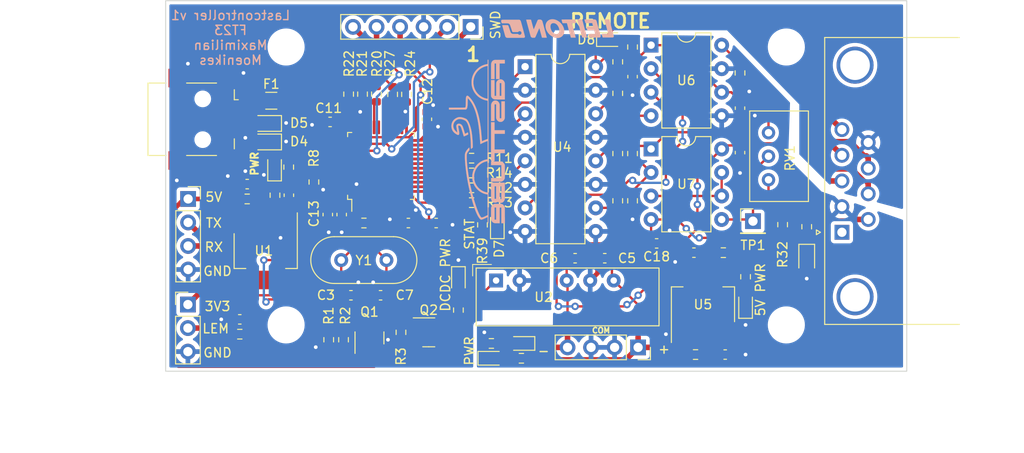
<source format=kicad_pcb>
(kicad_pcb (version 20211014) (generator pcbnew)

  (general
    (thickness 1.6)
  )

  (paper "A5")
  (title_block
    (title "EL1000 Load Controller")
    (date "2023-02-01")
    (rev "1")
    (company "FaSTTUBe")
    (comment 1 "Author: Maximilian Mönikes")
  )

  (layers
    (0 "F.Cu" signal)
    (31 "B.Cu" signal)
    (32 "B.Adhes" user "B.Adhesive")
    (33 "F.Adhes" user "F.Adhesive")
    (34 "B.Paste" user)
    (35 "F.Paste" user)
    (36 "B.SilkS" user "B.Silkscreen")
    (37 "F.SilkS" user "F.Silkscreen")
    (38 "B.Mask" user)
    (39 "F.Mask" user)
    (40 "Dwgs.User" user "User.Drawings")
    (41 "Cmts.User" user "User.Comments")
    (42 "Eco1.User" user "User.Eco1")
    (43 "Eco2.User" user "User.Eco2")
    (44 "Edge.Cuts" user)
    (45 "Margin" user)
    (46 "B.CrtYd" user "B.Courtyard")
    (47 "F.CrtYd" user "F.Courtyard")
    (48 "B.Fab" user)
    (49 "F.Fab" user)
    (50 "User.1" user)
    (51 "User.2" user)
    (52 "User.3" user)
    (53 "User.4" user)
    (54 "User.5" user)
    (55 "User.6" user)
    (56 "User.7" user)
    (57 "User.8" user)
    (58 "User.9" user)
  )

  (setup
    (pad_to_mask_clearance 0)
    (pcbplotparams
      (layerselection 0x00010fc_ffffffff)
      (disableapertmacros false)
      (usegerberextensions false)
      (usegerberattributes true)
      (usegerberadvancedattributes true)
      (creategerberjobfile true)
      (svguseinch false)
      (svgprecision 6)
      (excludeedgelayer true)
      (plotframeref false)
      (viasonmask false)
      (mode 1)
      (useauxorigin false)
      (hpglpennumber 1)
      (hpglpenspeed 20)
      (hpglpendiameter 15.000000)
      (dxfpolygonmode true)
      (dxfimperialunits true)
      (dxfusepcbnewfont true)
      (psnegative false)
      (psa4output false)
      (plotreference true)
      (plotvalue true)
      (plotinvisibletext false)
      (sketchpadsonfab false)
      (subtractmaskfromsilk false)
      (outputformat 1)
      (mirror false)
      (drillshape 0)
      (scaleselection 1)
      (outputdirectory "gerber/")
    )
  )

  (net 0 "")
  (net 1 "Net-(C1-Pad1)")
  (net 2 "GND")
  (net 3 "Net-(C2-Pad1)")
  (net 4 "Net-(C3-Pad1)")
  (net 5 "/NRST")
  (net 6 "+12C")
  (net 7 "GNDS")
  (net 8 "-12V")
  (net 9 "Net-(C7-Pad1)")
  (net 10 "+3V3")
  (net 11 "Net-(C10-Pad1)")
  (net 12 "Net-(C14-Pad1)")
  (net 13 "+5C")
  (net 14 "Net-(D1-Pad2)")
  (net 15 "Net-(D2-Pad2)")
  (net 16 "Net-(D3-Pad2)")
  (net 17 "/USB_DP")
  (net 18 "/USB_DM")
  (net 19 "Net-(D6-Pad2)")
  (net 20 "+5V")
  (net 21 "Net-(F1-Pad2)")
  (net 22 "/UART_RX")
  (net 23 "/UART_TX")
  (net 24 "unconnected-(J2-Pad4)")
  (net 25 "/SWCLK")
  (net 26 "/SWDIO")
  (net 27 "/SWO")
  (net 28 "unconnected-(J5-Pad1)")
  (net 29 "/REMOTE_CTRL")
  (net 30 "/UNDERVOLTAGE")
  (net 31 "/OVERVOLTAGE")
  (net 32 "/CURRENT_CONTROL")
  (net 33 "/OVERTEMP")
  (net 34 "/OVERLOAD")
  (net 35 "Net-(Q1-Pad1)")
  (net 36 "Net-(Q1-Pad3)")
  (net 37 "Net-(Q2-Pad3)")
  (net 38 "/Iso_DCDC_Power")
  (net 39 "Net-(R7-Pad2)")
  (net 40 "Net-(R8-Pad1)")
  (net 41 "Net-(R11-Pad2)")
  (net 42 "/ST_CS")
  (net 43 "Net-(R12-Pad2)")
  (net 44 "/ST_SCK")
  (net 45 "Net-(R13-Pad2)")
  (net 46 "/ST_MOSI")
  (net 47 "Net-(R14-Pad2)")
  (net 48 "/SCK")
  (net 49 "/SDI")
  (net 50 "/~{CS}")
  (net 51 "Net-(R20-Pad1)")
  (net 52 "Net-(R21-Pad1)")
  (net 53 "Net-(R24-Pad1)")
  (net 54 "Net-(R28-Pad1)")
  (net 55 "Net-(R32-Pad1)")
  (net 56 "Net-(D10-Pad1)")
  (net 57 "Net-(R36-Pad2)")
  (net 58 "Net-(RV1-Pad2)")
  (net 59 "unconnected-(U3-Pad2)")
  (net 60 "unconnected-(U3-Pad3)")
  (net 61 "unconnected-(U3-Pad4)")
  (net 62 "unconnected-(U3-Pad27)")
  (net 63 "unconnected-(U3-Pad29)")
  (net 64 "unconnected-(U3-Pad31)")
  (net 65 "unconnected-(U3-Pad38)")
  (net 66 "unconnected-(U3-Pad40)")
  (net 67 "unconnected-(U3-Pad41)")
  (net 68 "unconnected-(U3-Pad46)")
  (net 69 "Net-(U7-Pad3)")
  (net 70 "Net-(D7-Pad2)")
  (net 71 "Net-(D8-Pad2)")
  (net 72 "/Status_LED")
  (net 73 "/Remote_CTRL_STM")
  (net 74 "unconnected-(U3-Pad25)")
  (net 75 "unconnected-(U3-Pad26)")
  (net 76 "unconnected-(U3-Pad28)")
  (net 77 "/LEM_Signal")
  (net 78 "unconnected-(U3-Pad12)")
  (net 79 "unconnected-(U3-Pad13)")
  (net 80 "Net-(J6-Pad2)")
  (net 81 "unconnected-(U3-Pad10)")
  (net 82 "Net-(D9-Pad2)")

  (footprint "Connector_PinHeader_2.54mm:PinHeader_1x03_P2.54mm_Vertical" (layer "F.Cu") (at 66.2 73.6))

  (footprint "Capacitor_SMD:C_0603_1608Metric" (layer "F.Cu") (at 116.8 67 180))

  (footprint "Capacitor_SMD:C_0603_1608Metric" (layer "F.Cu") (at 87 72.6 180))

  (footprint "Resistor_SMD:R_0603_1608Metric" (layer "F.Cu") (at 88.3 50.9125 90))

  (footprint "MountingHole:MountingHole_3.2mm_M3" (layer "F.Cu") (at 76.8 45.8))

  (footprint "Resistor_SMD:R_0603_1608Metric" (layer "F.Cu") (at 79.8 60.375 -90))

  (footprint "Capacitor_SMD:C_0603_1608Metric" (layer "F.Cu") (at 125.8 57.2 -90))

  (footprint "Resistor_SMD:R_0603_1608Metric" (layer "F.Cu") (at 112.6 62.4 -90))

  (footprint "Connector_PinSocket_2.54mm:PinSocket_1x06_P2.54mm_Vertical" (layer "F.Cu") (at 96.725 43.625 -90))

  (footprint "Resistor_SMD:R_0603_1608Metric" (layer "F.Cu") (at 71.8 76.8))

  (footprint "Resistor_SMD:R_0603_1608Metric" (layer "F.Cu") (at 98 65 90))

  (footprint "Resistor_SMD:R_0603_1608Metric" (layer "F.Cu") (at 124 68 180))

  (footprint "Capacitor_SMD:C_0603_1608Metric" (layer "F.Cu") (at 77.1 61.8 -90))

  (footprint "Resistor_SMD:R_0603_1608Metric" (layer "F.Cu") (at 85.05 50.8875 90))

  (footprint "Connector_PinHeader_2.54mm:PinHeader_1x01_P2.54mm_Vertical" (layer "F.Cu") (at 127.2 64.6))

  (footprint "MountingHole:MountingHole_3.2mm_M3" (layer "F.Cu") (at 130.8 45.8))

  (footprint "Connector_PinSocket_2.54mm:PinSocket_1x04_P2.54mm_Vertical" (layer "F.Cu") (at 66.225 62.2))

  (footprint "Resistor_SMD:R_0603_1608Metric" (layer "F.Cu") (at 85.2 64.8))

  (footprint "LED_SMD:LED_0603_1608Metric" (layer "F.Cu") (at 99.6 65 90))

  (footprint "Capacitor_SMD:C_0603_1608Metric" (layer "F.Cu") (at 71.8 75.2 180))

  (footprint "Resistor_SMD:R_0603_1608Metric" (layer "F.Cu") (at 83.55 50.8875 90))

  (footprint "Capacitor_SMD:C_0603_1608Metric" (layer "F.Cu") (at 93 64.8))

  (footprint "Package_DIP:DIP-16_W7.62mm" (layer "F.Cu") (at 102.6 47.925))

  (footprint "MountingHole:MountingHole_3.2mm_M3" (layer "F.Cu") (at 76.8 75.8))

  (footprint "Resistor_SMD:R_0603_1608Metric" (layer "F.Cu") (at 81.4 77.4 -90))

  (footprint "Resistor_SMD:R_0603_1608Metric" (layer "F.Cu") (at 95.4 74.2 90))

  (footprint "Connector_Dsub:DSUB-9_Male_Horizontal_P2.77x2.84mm_EdgePinOffset9.90mm_Housed_MountingHolesOffset11.32mm" (layer "F.Cu") (at 136.8 65.8 90))

  (footprint "Package_TO_SOT_SMD:SOT-23" (layer "F.Cu") (at 92.2 76.6))

  (footprint "Package_TO_SOT_SMD:SOT-23" (layer "F.Cu") (at 85.8 77.2 90))

  (footprint "Resistor_SMD:R_0603_1608Metric" (layer "F.Cu") (at 130.4 64.975 -90))

  (footprint "LED_SMD:LED_0603_1608Metric" (layer "F.Cu") (at 95.4 71 -90))

  (footprint "Resistor_SMD:R_0603_1608Metric" (layer "F.Cu") (at 96.825 59.4))

  (footprint "Resistor_SMD:R_0603_1608Metric" (layer "F.Cu") (at 112.6 50.8 -90))

  (footprint "Resistor_SMD:R_0603_1608Metric" (layer "F.Cu") (at 72.6 62.2))

  (footprint "Resistor_SMD:R_0603_1608Metric" (layer "F.Cu") (at 96.825 57.8))

  (footprint "Resistor_SMD:R_0603_1608Metric" (layer "F.Cu") (at 96.825 62.6))

  (footprint "Capacitor_SMD:C_0603_1608Metric" (layer "F.Cu") (at 82.8 63.8875 -90))

  (footprint "Capacitor_SMD:C_0603_1608Metric" (layer "F.Cu") (at 111.2 68.6 180))

  (footprint "Resistor_SMD:R_0603_1608Metric" (layer "F.Cu") (at 133 65.2 90))

  (footprint "Package_TO_SOT_SMD:SOT-223-3_TabPin2" (layer "F.Cu") (at 121.8 73.6 90))

  (footprint "LED_SMD:LED_0603_1608Metric" (layer "F.Cu") (at 111.8 45))

  (footprint "Converter_DCDC:Converter_DCDC_Murata_NMAxxxxSC_THT" (layer "F.Cu") (at 99.4675 71.005 90))

  (footprint "Package_DIP:DIP-8_W7.62mm" (layer "F.Cu") (at 116.2 56.8))

  (footprint "Resistor_SMD:R_0603_1608Metric" (layer "F.Cu") (at 75.6 61.8 -90))

  (footprint "Potentiometer_THT:Potentiometer_Bourns_3299W_Vertical" (layer "F.Cu") (at 128.875 55.05 90))

  (footprint "Diode_SMD:D_SOD-323F" (layer "F.Cu") (at 74.8 56.05 180))

  (footprint "Capacitor_SMD:C_0603_1608Metric" (layer "F.Cu") (at 120.825 68 180))

  (footprint "Resistor_SMD:R_0603_1608Metric" (layer "F.Cu") (at 89.2 76.6 90))

  (footprint "Diode_SMD:D_SOD-323F" (layer "F.Cu") (at 74.8 54.05 180))

  (footprint "Capacitor_SMD:C_0603_1608Metric" (layer "F.Cu") (at 125.8 52.4 -90))

  (footprint "Capacitor_SMD:C_0603_1608Metric" (layer "F.Cu") (at 81.55 53.8875 180))

  (footprint "LED_SMD:LED_0603_1608Metric" (layer "F.Cu") (at 102.16 77.8 180))

  (footprint "Connector_USB:USB_Mini-B_Lumberg_2486_01_Horizontal" (layer "F.Cu") (at 67.8 53.6 -90))

  (footprint "Resistor_SMD:R_0603_1608Metric" (layer "F.Cu") (at 126.4 70.6 -90))

  (footprint "Capacitor_SMD:C_0603_1608Metric" (layer "F.Cu") (at 92 53.6 90))

  (footprint "LED_SMD:LED_0603_1608Metric" (layer "F.Cu") (at 75.554387 58.765765 90))

  (footprint "Resistor_SMD:R_0603_1608Metric" (layer "F.Cu") (at 112.6 57.3 90))

  (footprint "Resistor_SMD:R_0603_1608Metric" (layer "F.Cu") (at 114.2 45.8 90))

  (footprint "Resistor_SMD:R_0603_1608Metric" (layer "F.Cu") (at 102.2 79.4 180))

  (footprint "LED_SMD:LED_0603_1608Metric" (layer "F.Cu")
    (tedit 5F68FEF1) (tstamp a98f71dd-c354-
... [539879 chars truncated]
</source>
